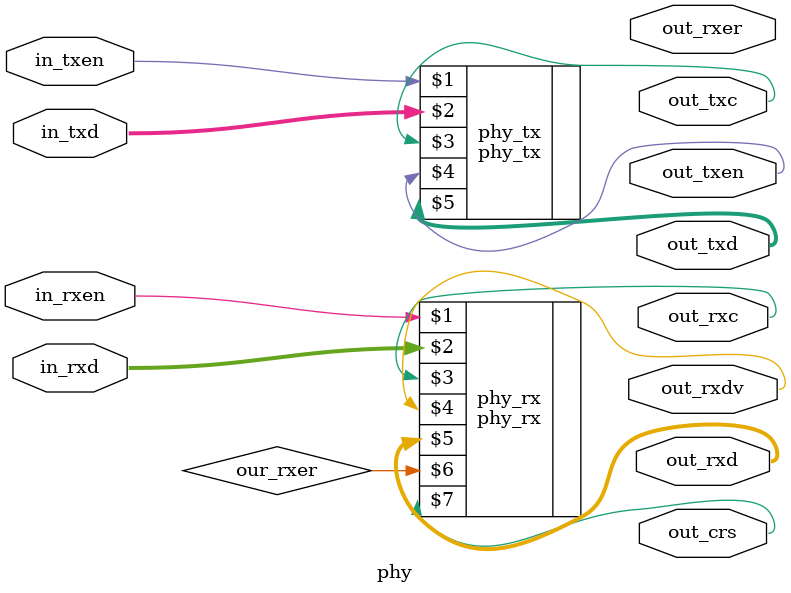
<source format=v>
`include "phy_tx.v"
`include "phy_rx.v"

module phy(
    input   wire        in_txen,    // mii/mac to phy transmit enable
    input   wire [7:0]  in_txd,     // mii/mac to phy transmit data
    input   wire        in_rxen,    // wire to phy receive enable
    input   wire [7:0]  in_rxd,     // wire to phy receive data
    output  wire        out_txc,    // transmit clock (phy to mii/mac)
    output  wire        out_txen,   // phy to wire transmit enable
    output  wire [7:0]  out_txd,    // phy to wire transmit data
    output  wire        out_rxc,    // receive clock (phy to mac/mii)
    output  wire        out_rxdv,   // phy to mii/mac receive data valid
    output  wire [7:0]  out_rxd,    // phy to mii/mac receive data
    output  wire        out_rxer,   // phy to mii/mac receiver err
    output  wire        out_crs     // phy to mii/mac carrier sense
    );

    // Receive data from analog wire and output to mii
    phy_rx phy_rx(in_rxen, in_rxd, out_rxc, out_rxdv, out_rxd, our_rxer, out_crs);

    // Transmit data from Mii to analog wire
    phy_tx phy_tx(in_txen, in_txd, out_txc, out_txen, out_txd);

endmodule

</source>
